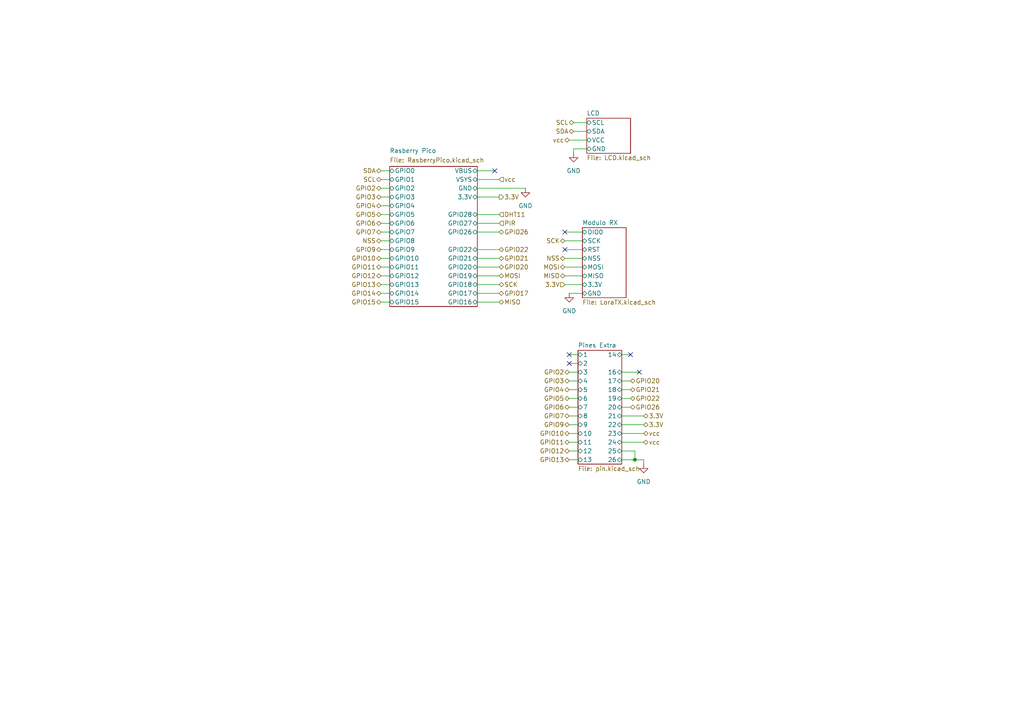
<source format=kicad_sch>
(kicad_sch (version 20230121) (generator eeschema)
  (paper "A4")
  (title_block (title " Sensores Tx") (date "2023-11-14") (rev "1.0") (company "UNAL - Diseño de sistemas electrónicos") (comment 1 "juacastropa - dvamayav"))
  (lib_symbols
    (symbol "power:GND" (power) (pin_names (offset 0))
      (property "Value" "GND" (at 0 -3.81 0))
      (symbol "GND_0_1"
        (polyline (pts (xy 0 0) (xy 0 -1.27) (xy 1.27 -1.27) (xy 0 -2.54) (xy -1.27 -1.27) (xy 0 -1.27)))
      )
      (symbol "GND_1_1"
        (pin power_in line (at 0 0 270) (length 0) hide (name "GND") (number "1"))
      )
    )
  )
  (junction (at 184.15 133.35))
  (no_connect (at 163.83 67.31))
  (no_connect (at 185.42 107.95))
  (no_connect (at 182.88 102.87))
  (no_connect (at 165.1 105.41))
  (no_connect (at 165.1 102.87))
  (no_connect (at 143.51 49.53))
  (no_connect (at 163.83 72.39))
  (wire (pts (xy 180.34 113.03) (xy 182.88 113.03)))
  (wire (pts (xy 138.43 52.07) (xy 144.78 52.07)))
  (wire (pts (xy 165.1 40.64) (xy 170.18 40.64)))
  (wire (pts (xy 138.43 67.31) (xy 144.78 67.31)))
  (wire (pts (xy 165.1 102.87) (xy 167.64 102.87)))
  (wire (pts (xy 180.34 110.49) (xy 182.88 110.49)))
  (wire (pts (xy 110.49 64.77) (xy 113.03 64.77)))
  (wire (pts (xy 163.83 69.85) (xy 168.91 69.85)))
  (wire (pts (xy 138.43 77.47) (xy 144.78 77.47)))
  (wire (pts (xy 163.83 82.55) (xy 168.91 82.55)))
  (wire (pts (xy 138.43 74.93) (xy 144.78 74.93)))
  (wire (pts (xy 165.1 125.73) (xy 167.64 125.73)))
  (wire (pts (xy 110.49 59.69) (xy 113.03 59.69)))
  (wire (pts (xy 138.43 80.01) (xy 144.78 80.01)))
  (wire (pts (xy 166.37 43.18) (xy 166.37 44.45)))
  (wire (pts (xy 110.49 67.31) (xy 113.03 67.31)))
  (wire (pts (xy 138.43 72.39) (xy 144.78 72.39)))
  (wire (pts (xy 163.83 77.47) (xy 168.91 77.47)))
  (wire (pts (xy 186.69 133.35) (xy 186.69 134.62)))
  (wire (pts (xy 180.34 120.65) (xy 186.69 120.65)))
  (wire (pts (xy 138.43 85.09) (xy 144.78 85.09)))
  (wire (pts (xy 180.34 107.95) (xy 185.42 107.95)))
  (wire (pts (xy 163.83 72.39) (xy 168.91 72.39)))
  (wire (pts (xy 110.49 52.07) (xy 113.03 52.07)))
  (wire (pts (xy 170.18 43.18) (xy 166.37 43.18)))
  (wire (pts (xy 180.34 133.35) (xy 184.15 133.35)))
  (wire (pts (xy 163.83 74.93) (xy 168.91 74.93)))
  (wire (pts (xy 180.34 123.19) (xy 186.69 123.19)))
  (wire (pts (xy 180.34 125.73) (xy 186.69 125.73)))
  (wire (pts (xy 163.83 67.31) (xy 168.91 67.31)))
  (wire (pts (xy 138.43 54.61) (xy 152.4 54.61)))
  (wire (pts (xy 165.1 115.57) (xy 167.64 115.57)))
  (wire (pts (xy 180.34 115.57) (xy 182.88 115.57)))
  (wire (pts (xy 165.1 113.03) (xy 167.64 113.03)))
  (wire (pts (xy 110.49 74.93) (xy 113.03 74.93)))
  (wire (pts (xy 138.43 82.55) (xy 144.78 82.55)))
  (wire (pts (xy 180.34 118.11) (xy 182.88 118.11)))
  (wire (pts (xy 110.49 80.01) (xy 113.03 80.01)))
  (wire (pts (xy 110.49 87.63) (xy 113.03 87.63)))
  (wire (pts (xy 110.49 72.39) (xy 113.03 72.39)))
  (wire (pts (xy 110.49 82.55) (xy 113.03 82.55)))
  (wire (pts (xy 138.43 62.23) (xy 144.78 62.23)))
  (wire (pts (xy 165.1 105.41) (xy 167.64 105.41)))
  (wire (pts (xy 138.43 64.77) (xy 144.78 64.77)))
  (wire (pts (xy 180.34 102.87) (xy 182.88 102.87)))
  (wire (pts (xy 165.1 123.19) (xy 167.64 123.19)))
  (wire (pts (xy 166.37 38.1) (xy 170.18 38.1)))
  (wire (pts (xy 165.1 110.49) (xy 167.64 110.49)))
  (wire (pts (xy 165.1 120.65) (xy 167.64 120.65)))
  (wire (pts (xy 166.37 35.56) (xy 170.18 35.56)))
  (wire (pts (xy 163.83 80.01) (xy 168.91 80.01)))
  (wire (pts (xy 165.1 128.27) (xy 167.64 128.27)))
  (wire (pts (xy 110.49 49.53) (xy 113.03 49.53)))
  (wire (pts (xy 180.34 128.27) (xy 186.69 128.27)))
  (wire (pts (xy 138.43 49.53) (xy 143.51 49.53)))
  (wire (pts (xy 110.49 69.85) (xy 113.03 69.85)))
  (wire (pts (xy 110.49 77.47) (xy 113.03 77.47)))
  (wire (pts (xy 180.34 130.81) (xy 184.15 130.81)))
  (wire (pts (xy 165.1 118.11) (xy 167.64 118.11)))
  (wire (pts (xy 138.43 87.63) (xy 144.78 87.63)))
  (wire (pts (xy 110.49 85.09) (xy 113.03 85.09)))
  (wire (pts (xy 165.1 130.81) (xy 167.64 130.81)))
  (wire (pts (xy 184.15 130.81) (xy 184.15 133.35)))
  (wire (pts (xy 165.1 85.09) (xy 168.91 85.09)))
  (wire (pts (xy 165.1 133.35) (xy 167.64 133.35)))
  (wire (pts (xy 138.43 57.15) (xy 144.78 57.15)))
  (wire (pts (xy 110.49 54.61) (xy 113.03 54.61)))
  (wire (pts (xy 110.49 57.15) (xy 113.03 57.15)))
  (wire (pts (xy 110.49 62.23) (xy 113.03 62.23)))
  (wire (pts (xy 184.15 133.35) (xy 186.69 133.35)))
  (wire (pts (xy 165.1 107.95) (xy 167.64 107.95)))
  (hierarchical_label "GPIO20" (shape bidirectional) (at 144.78 77.47 0))
  (hierarchical_label "GPIO17" (shape bidirectional) (at 144.78 85.09 0))
  (hierarchical_label "3.3V" (shape input) (at 163.83 82.55 180))
  (hierarchical_label "vcc" (shape bidirectional) (at 186.69 128.27 0))
  (hierarchical_label "GPIO12" (shape bidirectional) (at 165.1 130.81 180))
  (hierarchical_label "MOSI" (shape bidirectional) (at 163.83 77.47 180))
  (hierarchical_label "3.3V" (shape bidirectional) (at 186.69 120.65 0))
  (hierarchical_label "GPIO13" (shape bidirectional) (at 165.1 133.35 180))
  (hierarchical_label "GPIO21" (shape bidirectional) (at 144.78 74.93 0))
  (hierarchical_label "SCL" (shape bidirectional) (at 166.37 35.56 180))
  (hierarchical_label "vcc" (shape bidirectional) (at 165.1 40.64 180))
  (hierarchical_label "GPIO5" (shape bidirectional) (at 165.1 115.57 180))
  (hierarchical_label "GPIO21" (shape bidirectional) (at 182.88 113.03 0))
  (hierarchical_label "MISO" (shape bidirectional) (at 144.78 87.63 0))
  (hierarchical_label "GPIO9" (shape bidirectional) (at 165.1 123.19 180))
  (hierarchical_label "NSS" (shape bidirectional) (at 110.49 69.85 180))
  (hierarchical_label "GPIO6" (shape bidirectional) (at 110.49 64.77 180))
  (hierarchical_label "GPIO5" (shape bidirectional) (at 110.49 62.23 180))
  (hierarchical_label "NSS" (shape bidirectional) (at 163.83 74.93 180))
  (hierarchical_label "3.3V" (shape output) (at 144.78 57.15 0))
  (hierarchical_label "GPIO10" (shape bidirectional) (at 165.1 125.73 180))
  (hierarchical_label "GPIO2" (shape bidirectional) (at 110.49 54.61 180))
  (hierarchical_label "GPIO13" (shape bidirectional) (at 110.49 82.55 180))
  (hierarchical_label "GPIO3" (shape bidirectional) (at 110.49 57.15 180))
  (hierarchical_label "GPIO10" (shape bidirectional) (at 110.49 74.93 180))
  (hierarchical_label "GPIO22" (shape bidirectional) (at 144.78 72.39 0))
  (hierarchical_label "PIR" (shape input) (at 144.78 64.77 0))
  (hierarchical_label "GPIO14" (shape bidirectional) (at 110.49 85.09 180))
  (hierarchical_label "SCL" (shape bidirectional) (at 110.49 52.07 180))
  (hierarchical_label "vcc" (shape input) (at 144.78 52.07 0))
  (hierarchical_label "SCK" (shape bidirectional) (at 144.78 82.55 0))
  (hierarchical_label "GPIO20" (shape bidirectional) (at 182.88 110.49 0))
  (hierarchical_label "SDA" (shape bidirectional) (at 166.37 38.1 180))
  (hierarchical_label "vcc" (shape bidirectional) (at 186.69 125.73 0))
  (hierarchical_label "GPIO22" (shape bidirectional) (at 182.88 115.57 0))
  (hierarchical_label "GPIO11" (shape bidirectional) (at 110.49 77.47 180))
  (hierarchical_label "GPIO11" (shape bidirectional) (at 165.1 128.27 180))
  (hierarchical_label "GPIO26" (shape bidirectional) (at 144.78 67.31 0))
  (hierarchical_label "MISO" (shape bidirectional) (at 163.83 80.01 180))
  (hierarchical_label "DHT11" (shape input) (at 144.78 62.23 0))
  (hierarchical_label "GPIO3" (shape bidirectional) (at 165.1 110.49 180))
  (hierarchical_label "MOSI" (shape bidirectional) (at 144.78 80.01 0))
  (hierarchical_label "GPIO4" (shape bidirectional) (at 165.1 113.03 180))
  (hierarchical_label "GPIO12" (shape bidirectional) (at 110.49 80.01 180))
  (hierarchical_label "GPIO9" (shape bidirectional) (at 110.49 72.39 180))
  (hierarchical_label "SCK" (shape bidirectional) (at 163.83 69.85 180))
  (hierarchical_label "GPIO7" (shape bidirectional) (at 165.1 120.65 180))
  (hierarchical_label "GPIO6" (shape bidirectional) (at 165.1 118.11 180))
  (hierarchical_label "GPIO15" (shape bidirectional) (at 110.49 87.63 180))
  (hierarchical_label "GPIO26" (shape bidirectional) (at 182.88 118.11 0))
  (hierarchical_label "GPIO2" (shape bidirectional) (at 165.1 107.95 180))
  (hierarchical_label "3.3V" (shape bidirectional) (at 186.69 123.19 0))
  (hierarchical_label "SDA" (shape bidirectional) (at 110.49 49.53 180))
  (hierarchical_label "GPIO7" (shape bidirectional) (at 110.49 67.31 180))
  (hierarchical_label "GPIO4" (shape bidirectional) (at 110.49 59.69 180))
  (symbol (lib_id "power:GND") (at 165.1 85.09 0) (unit 1)
    (property "Reference" "#PWR06" (effects hide))
    (property "Value" "GND" (at 165.1 90.17 0))
  )
  (symbol (lib_id "power:GND") (at 166.37 44.45 0) (unit 1)
    (property "Reference" "#PWR01" (effects hide))
    (property "Value" "GND" (at 166.37 49.53 0))
  )
  (symbol (lib_id "power:GND") (at 186.69 134.62 0) (unit 1)
    (property "Reference" "#PWR07" (effects hide))
    (property "Value" "GND" (at 186.69 139.7 0))
  )
  (symbol (lib_id "power:GND") (at 152.4 54.61 0) (unit 1)
    (property "Reference" "#PWR03" (effects hide))
    (property "Value" "GND" (at 152.4 59.69 0))
  )
  (sheet (at 170.18 34.29) (size 12.7 10.16) (stroke (width 0.1524))
    (property "Sheetname" "LCD" (at 170.18 33.5784 0) (effects (justify left bottom)))
    (property "Sheetfile" "LCD.kicad_sch" (at 170.18 45.0346 0) (effects (justify left top)))
    (pin "GND" bidirectional (at 170.18 43.18 180))
    (pin "VCC" bidirectional (at 170.18 40.64 180))
    (pin "SDA" bidirectional (at 170.18 38.1 180))
    (pin "SCL" bidirectional (at 170.18 35.56 180))
  )
  (sheet (at 113.03 48.26) (size 25.4 40.64) (stroke (width 0.1524))
    (property "Sheetname" "Rasberry Pico" (at 113.03 44.45 0) (effects (justify left bottom)))
    (property "Sheetfile" "RasberryPico.kicad_sch" (at 113.03 45.72 0) (effects (justify left top)))
    (pin "GPIO10" bidirectional (at 113.03 74.93 180))
    (pin "GPIO11" bidirectional (at 113.03 77.47 180))
    (pin "GPIO12" bidirectional (at 113.03 80.01 180))
    (pin "GPIO13" bidirectional (at 113.03 82.55 180))
    (pin "GPIO0" bidirectional (at 113.03 49.53 180))
    (pin "GPIO1" bidirectional (at 113.03 52.07 180))
    (pin "GPIO2" bidirectional (at 113.03 54.61 180))
    (pin "GPIO8" bidirectional (at 113.03 69.85 180))
    (pin "GPIO9" bidirectional (at 113.03 72.39 180))
    (pin "GPIO3" bidirectional (at 113.03 57.15 180))
    (pin "GPIO4" bidirectional (at 113.03 59.69 180))
    (pin "GPIO5" bidirectional (at 113.03 62.23 180))
    (pin "GPIO6" bidirectional (at 113.03 64.77 180))
    (pin "GPIO7" bidirectional (at 113.03 67.31 180))
    (pin "3.3V" bidirectional (at 138.43 57.15 0))
    (pin "GPIO14" bidirectional (at 113.03 85.09 180))
    (pin "GPIO15" bidirectional (at 113.03 87.63 180))
    (pin "GPIO16" bidirectional (at 138.43 87.63 0))
    (pin "GPIO17" bidirectional (at 138.43 85.09 0))
    (pin "GPIO18" bidirectional (at 138.43 82.55 0))
    (pin "GPIO19" bidirectional (at 138.43 80.01 0))
    (pin "GPIO20" bidirectional (at 138.43 77.47 0))
    (pin "GPIO21" bidirectional (at 138.43 74.93 0))
    (pin "GPIO22" bidirectional (at 138.43 72.39 0))
    (pin "GPIO26" bidirectional (at 138.43 67.31 0))
    (pin "GPIO27" bidirectional (at 138.43 64.77 0))
    (pin "VSYS" bidirectional (at 138.43 52.07 0))
    (pin "VBUS" bidirectional (at 138.43 49.53 0))
    (pin "GPIO28" bidirectional (at 138.43 62.23 0))
    (pin "GND" bidirectional (at 138.43 54.61 0))
  )
  (sheet (at 167.64 101.6) (size 12.7 33.02) (stroke (width 0.1524))
    (property "Sheetname" "Pines Extra" (at 167.64 100.8884 0) (effects (justify left bottom)))
    (property "Sheetfile" "pin.kicad_sch" (at 167.64 135.2046 0) (effects (justify left top)))
    (pin "1" bidirectional (at 167.64 102.87 180))
    (pin "2" bidirectional (at 167.64 105.41 180))
    (pin "3" bidirectional (at 167.64 107.95 180))
    (pin "4" bidirectional (at 167.64 110.49 180))
    (pin "9" bidirectional (at 167.64 123.19 180))
    (pin "5" bidirectional (at 167.64 113.03 180))
    (pin "6" bidirectional (at 167.64 115.57 180))
    (pin "7" bidirectional (at 167.64 118.11 180))
    (pin "8" bidirectional (at 167.64 120.65 180))
    (pin "10" bidirectional (at 167.64 125.73 180))
    (pin "11" bidirectional (at 167.64 128.27 180))
    (pin "12" bidirectional (at 167.64 130.81 180))
    (pin "13" bidirectional (at 167.64 133.35 180))
    (pin "14" bidirectional (at 180.34 102.87 0))
    (pin "16" bidirectional (at 180.34 107.95 0))
    (pin "17" bidirectional (at 180.34 110.49 0))
    (pin "18" bidirectional (at 180.34 113.03 0))
    (pin "19" bidirectional (at 180.34 115.57 0))
    (pin "20" bidirectional (at 180.34 118.11 0))
    (pin "21" bidirectional (at 180.34 120.65 0))
    (pin "24" bidirectional (at 180.34 128.27 0))
    (pin "25" bidirectional (at 180.34 130.81 0))
    (pin "26" bidirectional (at 180.34 133.35 0))
    (pin "22" bidirectional (at 180.34 123.19 0))
    (pin "23" bidirectional (at 180.34 125.73 0))
  )
  (sheet (at 168.91 66.04) (size 12.7 20.32) (stroke (width 0.1524))
    (property "Sheetname" "Modulo RX" (at 168.91 65.3284 0) (effects (justify left bottom)))
    (property "Sheetfile" "LoraTX.kicad_sch" (at 168.91 86.9446 0) (effects (justify left top)))
    (pin "GND" bidirectional (at 168.91 85.09 180))
    (pin "3.3V" bidirectional (at 168.91 82.55 180))
    (pin "RST" bidirectional (at 168.91 72.39 180))
    (pin "NSS" bidirectional (at 168.91 74.93 180))
    (pin "MOSI" bidirectional (at 168.91 77.47 180))
    (pin "MISO" bidirectional (at 168.91 80.01 180))
    (pin "DIO0" bidirectional (at 168.91 67.31 180))
    (pin "SCK" bidirectional (at 168.91 69.85 180))
  )
)
</source>
